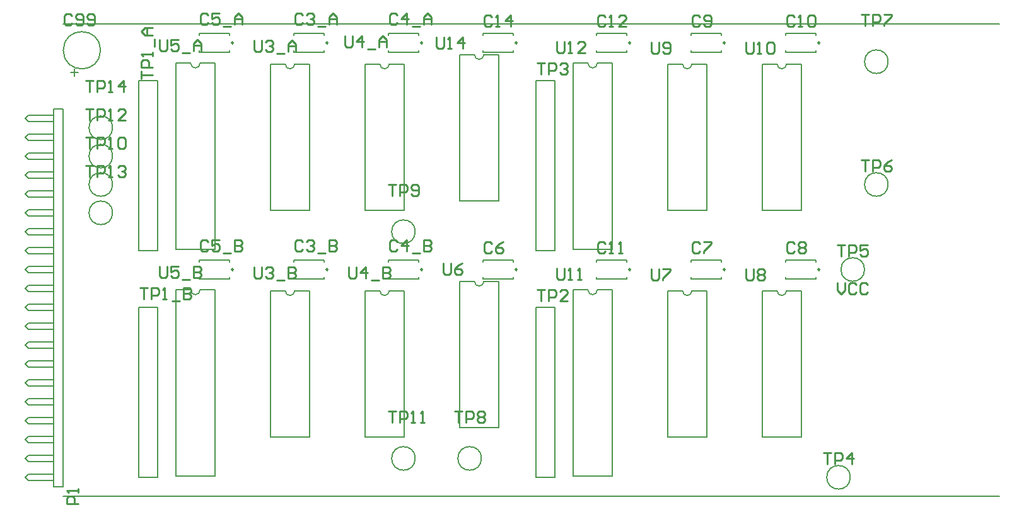
<source format=gto>
G04*
G04 #@! TF.GenerationSoftware,Altium Limited,Altium Designer,21.9.1 (22)*
G04*
G04 Layer_Color=65535*
%FSLAX25Y25*%
%MOIN*%
G70*
G04*
G04 #@! TF.SameCoordinates,0A486EDA-56B9-4A0C-ABDC-9502F26F7F0D*
G04*
G04*
G04 #@! TF.FilePolarity,Positive*
G04*
G01*
G75*
%ADD10C,0.00787*%
%ADD11C,0.00984*%
%ADD12C,0.00500*%
%ADD13C,0.00591*%
%ADD14C,0.01000*%
D10*
X541240Y340000D02*
G03*
X541240Y340000I-6240J0D01*
G01*
X326240Y130000D02*
G03*
X326240Y130000I-6240J0D01*
G01*
X291240Y250000D02*
G03*
X291240Y250000I-6240J0D01*
G01*
X131240Y275000D02*
G03*
X131240Y275000I-6240J0D01*
G01*
X291240Y130000D02*
G03*
X291240Y130000I-6240J0D01*
G01*
X131240Y290000D02*
G03*
X131240Y290000I-6240J0D01*
G01*
Y260000D02*
G03*
X131240Y260000I-6240J0D01*
G01*
Y305000D02*
G03*
X131240Y305000I-6240J0D01*
G01*
X222500Y338779D02*
G03*
X227500Y338779I2500J0D01*
G01*
X272500D02*
G03*
X277500Y338779I2500J0D01*
G01*
X272500Y218779D02*
G03*
X277500Y218779I2500J0D01*
G01*
X521240Y120000D02*
G03*
X521240Y120000I-6240J0D01*
G01*
X528740Y230000D02*
G03*
X528740Y230000I-6240J0D01*
G01*
X541240Y275000D02*
G03*
X541240Y275000I-6240J0D01*
G01*
X322500Y343779D02*
G03*
X327500Y343779I2500J0D01*
G01*
X124843Y346063D02*
G03*
X124843Y346063I-9843J0D01*
G01*
X482500Y338779D02*
G03*
X487500Y338779I2500J0D01*
G01*
X322500Y223780D02*
G03*
X327500Y223780I2500J0D01*
G01*
X172500Y219213D02*
G03*
X177500Y219213I2500J0D01*
G01*
X222500Y218779D02*
G03*
X227500Y218779I2500J0D01*
G01*
X382500Y219213D02*
G03*
X387500Y219213I2500J0D01*
G01*
X482500Y218779D02*
G03*
X487500Y218779I2500J0D01*
G01*
X432500Y338779D02*
G03*
X437500Y338779I2500J0D01*
G01*
X432500Y218779D02*
G03*
X437500Y218779I2500J0D01*
G01*
X172500Y339213D02*
G03*
X177500Y339213I2500J0D01*
G01*
X382500D02*
G03*
X387500Y339213I2500J0D01*
G01*
X235433Y261221D02*
Y338779D01*
X214567Y261221D02*
Y338779D01*
Y261221D02*
X235433D01*
X227500Y338779D02*
X235433D01*
X214567D02*
X222500D01*
X145000Y240000D02*
X155000D01*
X145000D02*
Y330000D01*
X155000D01*
Y240000D02*
Y330000D01*
X145000Y120000D02*
X155000D01*
X145000D02*
Y210000D01*
X155000D01*
Y120000D02*
Y210000D01*
X355000Y120000D02*
X365000D01*
X355000D02*
Y210000D01*
X365000D01*
Y120000D02*
Y210000D01*
X355000Y240000D02*
X365000D01*
X355000D02*
Y330000D01*
X365000D01*
Y240000D02*
Y330000D01*
X327205Y354035D02*
Y355118D01*
X342953Y354035D02*
Y355118D01*
X327205Y344882D02*
Y345965D01*
X342953Y344882D02*
Y345965D01*
X327205Y355118D02*
X342953D01*
X327205Y344882D02*
X342953D01*
X285433Y261221D02*
Y338779D01*
X264567Y261221D02*
Y338779D01*
Y261221D02*
X285433D01*
X277500Y338779D02*
X285433D01*
X264567D02*
X272500D01*
X327205Y234035D02*
Y235118D01*
X342953Y234035D02*
Y235118D01*
X327205Y224882D02*
Y225965D01*
X342953Y224882D02*
Y225965D01*
X327205Y235118D02*
X342953D01*
X327205Y224882D02*
X342953D01*
X285433Y141220D02*
Y218779D01*
X264567Y141220D02*
Y218779D01*
Y141220D02*
X285433D01*
X277500Y218779D02*
X285433D01*
X264567D02*
X272500D01*
X177205Y234035D02*
Y235118D01*
X192953Y234035D02*
Y235118D01*
X177205Y224882D02*
Y225965D01*
X192953Y224882D02*
Y225965D01*
X177205Y235118D02*
X192953D01*
X177205Y224882D02*
X192953D01*
X277205Y234035D02*
Y235118D01*
X292953Y234035D02*
Y235118D01*
X277205Y224882D02*
Y225965D01*
X292953Y224882D02*
Y225965D01*
X277205Y235118D02*
X292953D01*
X277205Y224882D02*
X292953D01*
X227205Y234035D02*
Y235118D01*
X242953Y234035D02*
Y235118D01*
X227205Y224882D02*
Y225965D01*
X242953Y224882D02*
Y225965D01*
X227205Y235118D02*
X242953D01*
X227205Y224882D02*
X242953D01*
X177205Y354035D02*
Y355118D01*
X192953Y354035D02*
Y355118D01*
X177205Y344882D02*
Y345965D01*
X192953Y344882D02*
Y345965D01*
X177205Y355118D02*
X192953D01*
X177205Y344882D02*
X192953D01*
X277205Y354035D02*
Y355118D01*
X292953Y354035D02*
Y355118D01*
X277205Y344882D02*
Y345965D01*
X292953Y344882D02*
Y345965D01*
X277205Y355118D02*
X292953D01*
X277205Y344882D02*
X292953D01*
X227205Y354035D02*
Y355118D01*
X242953Y354035D02*
Y355118D01*
X227205Y344882D02*
Y345965D01*
X242953Y344882D02*
Y345965D01*
X227205Y355118D02*
X242953D01*
X227205Y344882D02*
X242953D01*
X387205Y234035D02*
Y235118D01*
X402953Y234035D02*
Y235118D01*
X387205Y224882D02*
Y225965D01*
X402953Y224882D02*
Y225965D01*
X387205Y235118D02*
X402953D01*
X387205Y224882D02*
X402953D01*
X487205Y234035D02*
Y235118D01*
X502953Y234035D02*
Y235118D01*
X487205Y224882D02*
Y225965D01*
X502953Y224882D02*
Y225965D01*
X487205Y235118D02*
X502953D01*
X487205Y224882D02*
X502953D01*
X437205Y234035D02*
Y235118D01*
X452953Y234035D02*
Y235118D01*
X437205Y224882D02*
Y225965D01*
X452953Y224882D02*
Y225965D01*
X437205Y235118D02*
X452953D01*
X437205Y224882D02*
X452953D01*
X387205Y354035D02*
Y355118D01*
X402953Y354035D02*
Y355118D01*
X387205Y344882D02*
Y345965D01*
X402953Y344882D02*
Y345965D01*
X387205Y355118D02*
X402953D01*
X387205Y344882D02*
X402953D01*
X487205Y354035D02*
Y355118D01*
X502953Y354035D02*
Y355118D01*
X487205Y344882D02*
Y345965D01*
X502953Y344882D02*
Y345965D01*
X487205Y355118D02*
X502953D01*
X487205Y344882D02*
X502953D01*
X437205Y354035D02*
Y355118D01*
X452953Y354035D02*
Y355118D01*
X437205Y344882D02*
Y345965D01*
X452953Y344882D02*
Y345965D01*
X437205Y355118D02*
X452953D01*
X437205Y344882D02*
X452953D01*
X100000Y115000D02*
X105000D01*
X100000D02*
Y315000D01*
X105000D01*
X86667Y118333D02*
X100000D01*
X85000Y120000D02*
X86667Y118333D01*
X85000Y120000D02*
X86667Y121667D01*
X100000D01*
X86667Y128333D02*
X100000D01*
X85000Y130000D02*
X86667Y128333D01*
X85000Y130000D02*
X86667Y131667D01*
X100000D01*
X86667Y138333D02*
X100000D01*
X85000Y140000D02*
X86667Y138333D01*
X85000Y140000D02*
X86667Y141667D01*
X100000D01*
X86667Y148333D02*
X100000D01*
X85000Y150000D02*
X86667Y148333D01*
X85000Y150000D02*
X86667Y151667D01*
X100000D01*
X86667Y158333D02*
X100000D01*
X85000Y160000D02*
X86667Y158333D01*
X85000Y160000D02*
X86667Y161667D01*
X100000D01*
X86667Y168333D02*
X100000D01*
X85000Y170000D02*
X86667Y168333D01*
X85000Y170000D02*
X86667Y171667D01*
X100000D01*
X86667Y178333D02*
X100000D01*
X85000Y180000D02*
X86667Y178333D01*
X85000Y180000D02*
X86667Y181667D01*
X100000D01*
X86667Y188333D02*
X100000D01*
X85000Y190000D02*
X86667Y188333D01*
X85000Y190000D02*
X86667Y191667D01*
X100000D01*
X86667Y198333D02*
X100000D01*
X85000Y200000D02*
X86667Y198333D01*
X85000Y200000D02*
X86667Y201667D01*
X100000D01*
X86667Y208333D02*
X100000D01*
X85000Y210000D02*
X86667Y208333D01*
X85000Y210000D02*
X86667Y211667D01*
X100000D01*
X86667Y218333D02*
X100000D01*
X85000Y220000D02*
X86667Y218333D01*
X85000Y220000D02*
X86667Y221667D01*
X100000D01*
X86667Y228333D02*
X100000D01*
X85000Y230000D02*
X86667Y228333D01*
X85000Y230000D02*
X86667Y231667D01*
X100000D01*
X86667Y238333D02*
X100000D01*
X85000Y240000D02*
X86667Y238333D01*
X85000Y240000D02*
X86667Y241667D01*
X100000D01*
X86667Y248333D02*
X100000D01*
X85000Y250000D02*
X86667Y248333D01*
X85000Y250000D02*
X86667Y251667D01*
X100000D01*
X86667Y258333D02*
X100000D01*
X85000Y260000D02*
X86667Y258333D01*
X85000Y260000D02*
X86667Y261667D01*
X100000D01*
X86667Y268333D02*
X100000D01*
X85000Y270000D02*
X86667Y268333D01*
X85000Y270000D02*
X86667Y271667D01*
X100000D01*
X86667Y278333D02*
X100000D01*
X85000Y280000D02*
X86667Y278333D01*
X85000Y280000D02*
X86667Y281667D01*
X100000D01*
X86667Y288333D02*
X100000D01*
X85000Y290000D02*
X86667Y288333D01*
X85000Y290000D02*
X86667Y291667D01*
X100000D01*
X86667Y298333D02*
X100000D01*
X85000Y300000D02*
X86667Y298333D01*
X85000Y300000D02*
X86667Y301667D01*
X100000D01*
X86667Y308333D02*
X100000D01*
X85000Y310000D02*
X86667Y308333D01*
X85000Y310000D02*
X86667Y311667D01*
X100000D01*
X105000Y115000D02*
Y122500D01*
Y315000D01*
X314567Y343779D02*
X322500D01*
X327500D02*
X335433D01*
X314567Y266220D02*
X335433D01*
X314567D02*
Y343779D01*
X335433Y266220D02*
Y343779D01*
X474567Y338779D02*
X482500D01*
X487500D02*
X495433D01*
X474567Y261221D02*
X495433D01*
X474567D02*
Y338779D01*
X495433Y261221D02*
Y338779D01*
X314567Y223780D02*
X322500D01*
X327500D02*
X335433D01*
X314567Y146221D02*
X335433D01*
X314567D02*
Y223780D01*
X335433Y146221D02*
Y223780D01*
X185433Y120787D02*
Y219213D01*
X164567Y120787D02*
Y219213D01*
Y120787D02*
X185433D01*
X177500Y219213D02*
X185433D01*
X164567D02*
X172500D01*
X214567Y218779D02*
X222500D01*
X227500D02*
X235433D01*
X214567Y141220D02*
X235433D01*
X214567D02*
Y218779D01*
X235433Y141220D02*
Y218779D01*
X395433Y120787D02*
Y219213D01*
X374567Y120787D02*
Y219213D01*
Y120787D02*
X395433D01*
X387500Y219213D02*
X395433D01*
X374567D02*
X382500D01*
X474567Y218779D02*
X482500D01*
X487500D02*
X495433D01*
X474567Y141220D02*
X495433D01*
X474567D02*
Y218779D01*
X495433Y141220D02*
Y218779D01*
X424567Y338779D02*
X432500D01*
X437500D02*
X445433D01*
X424567Y261221D02*
X445433D01*
X424567D02*
Y338779D01*
X445433Y261221D02*
Y338779D01*
X424567Y218779D02*
X432500D01*
X437500D02*
X445433D01*
X424567Y141220D02*
X445433D01*
X424567D02*
Y218779D01*
X445433Y141220D02*
Y218779D01*
X185433Y240787D02*
Y339213D01*
X164567Y240787D02*
Y339213D01*
Y240787D02*
X185433D01*
X177500Y339213D02*
X185433D01*
X164567D02*
X172500D01*
X395433Y240787D02*
Y339213D01*
X374567Y240787D02*
Y339213D01*
Y240787D02*
X395433D01*
X387500Y339213D02*
X395433D01*
X374567D02*
X382500D01*
D11*
X345118Y350000D02*
G03*
X345118Y350000I-492J0D01*
G01*
Y230000D02*
G03*
X345118Y230000I-492J0D01*
G01*
X195118D02*
G03*
X195118Y230000I-492J0D01*
G01*
X295118D02*
G03*
X295118Y230000I-492J0D01*
G01*
X245118D02*
G03*
X245118Y230000I-492J0D01*
G01*
X195118Y350000D02*
G03*
X195118Y350000I-492J0D01*
G01*
X295118D02*
G03*
X295118Y350000I-492J0D01*
G01*
X245118D02*
G03*
X245118Y350000I-492J0D01*
G01*
X405118Y230000D02*
G03*
X405118Y230000I-492J0D01*
G01*
X505118D02*
G03*
X505118Y230000I-492J0D01*
G01*
X455118D02*
G03*
X455118Y230000I-492J0D01*
G01*
X405118Y350000D02*
G03*
X405118Y350000I-492J0D01*
G01*
X505118D02*
G03*
X505118Y350000I-492J0D01*
G01*
X455118D02*
G03*
X455118Y350000I-492J0D01*
G01*
D12*
X105000Y360000D02*
X600000D01*
X105000Y110000D02*
X600000Y110000D01*
D13*
X111063Y336220D02*
Y332284D01*
X113031Y334252D02*
X109095D01*
D14*
X527000Y365098D02*
X530999D01*
X528999D01*
Y359100D01*
X532998D02*
Y365098D01*
X535997D01*
X536997Y364098D01*
Y362099D01*
X535997Y361099D01*
X532998D01*
X538996Y365098D02*
X542995D01*
Y364098D01*
X538996Y360100D01*
Y359100D01*
X117000Y285098D02*
X120999D01*
X118999D01*
Y279100D01*
X122998D02*
Y285098D01*
X125997D01*
X126997Y284098D01*
Y282099D01*
X125997Y281099D01*
X122998D01*
X128996Y279100D02*
X130996D01*
X129996D01*
Y285098D01*
X128996Y284098D01*
X133994D02*
X134994Y285098D01*
X136994D01*
X137993Y284098D01*
Y283099D01*
X136994Y282099D01*
X135994D01*
X136994D01*
X137993Y281099D01*
Y280100D01*
X136994Y279100D01*
X134994D01*
X133994Y280100D01*
X117000Y300098D02*
X120999D01*
X118999D01*
Y294100D01*
X122998D02*
Y300098D01*
X125997D01*
X126997Y299098D01*
Y297099D01*
X125997Y296099D01*
X122998D01*
X128996Y294100D02*
X130996D01*
X129996D01*
Y300098D01*
X128996Y299098D01*
X133994D02*
X134994Y300098D01*
X136994D01*
X137993Y299098D01*
Y295100D01*
X136994Y294100D01*
X134994D01*
X133994Y295100D01*
Y299098D01*
X117000Y315098D02*
X120999D01*
X118999D01*
Y309100D01*
X122998D02*
Y315098D01*
X125997D01*
X126997Y314098D01*
Y312099D01*
X125997Y311099D01*
X122998D01*
X128996Y309100D02*
X130996D01*
X129996D01*
Y315098D01*
X128996Y314098D01*
X137993Y309100D02*
X133994D01*
X137993Y313099D01*
Y314098D01*
X136994Y315098D01*
X134994D01*
X133994Y314098D01*
X312000Y155098D02*
X315999D01*
X313999D01*
Y149100D01*
X317998D02*
Y155098D01*
X320997D01*
X321997Y154098D01*
Y152099D01*
X320997Y151099D01*
X317998D01*
X323996Y154098D02*
X324996Y155098D01*
X326995D01*
X327995Y154098D01*
Y153099D01*
X326995Y152099D01*
X327995Y151099D01*
Y150100D01*
X326995Y149100D01*
X324996D01*
X323996Y150100D01*
Y151099D01*
X324996Y152099D01*
X323996Y153099D01*
Y154098D01*
X324996Y152099D02*
X326995D01*
X117000Y330098D02*
X120999D01*
X118999D01*
Y324100D01*
X122998D02*
Y330098D01*
X125997D01*
X126997Y329098D01*
Y327099D01*
X125997Y326099D01*
X122998D01*
X128996Y324100D02*
X130996D01*
X129996D01*
Y330098D01*
X128996Y329098D01*
X136994Y324100D02*
Y330098D01*
X133994Y327099D01*
X137993D01*
X277000Y275098D02*
X280999D01*
X278999D01*
Y269100D01*
X282998D02*
Y275098D01*
X285997D01*
X286997Y274098D01*
Y272099D01*
X285997Y271099D01*
X282998D01*
X288996Y270100D02*
X289996Y269100D01*
X291995D01*
X292995Y270100D01*
Y274098D01*
X291995Y275098D01*
X289996D01*
X288996Y274098D01*
Y273099D01*
X289996Y272099D01*
X292995D01*
X277000Y155098D02*
X280999D01*
X278999D01*
Y149100D01*
X282998D02*
Y155098D01*
X285997D01*
X286997Y154098D01*
Y152099D01*
X285997Y151099D01*
X282998D01*
X288996Y149100D02*
X290996D01*
X289996D01*
Y155098D01*
X288996Y154098D01*
X293994Y149100D02*
X295994D01*
X294994D01*
Y155098D01*
X293994Y154098D01*
X355600Y339398D02*
X359599D01*
X357599D01*
Y333400D01*
X361598D02*
Y339398D01*
X364597D01*
X365597Y338398D01*
Y336399D01*
X364597Y335399D01*
X361598D01*
X367596Y338398D02*
X368596Y339398D01*
X370595D01*
X371595Y338398D01*
Y337399D01*
X370595Y336399D01*
X369596D01*
X370595D01*
X371595Y335399D01*
Y334400D01*
X370595Y333400D01*
X368596D01*
X367596Y334400D01*
X355600Y219398D02*
X359599D01*
X357599D01*
Y213400D01*
X361598D02*
Y219398D01*
X364597D01*
X365597Y218398D01*
Y216399D01*
X364597Y215399D01*
X361598D01*
X371595Y213400D02*
X367596D01*
X371595Y217399D01*
Y218398D01*
X370595Y219398D01*
X368596D01*
X367596Y218398D01*
X145600Y220398D02*
X149599D01*
X147599D01*
Y214400D01*
X151598D02*
Y220398D01*
X154597D01*
X155597Y219398D01*
Y217399D01*
X154597Y216399D01*
X151598D01*
X157596Y214400D02*
X159596D01*
X158596D01*
Y220398D01*
X157596Y219398D01*
X162594Y213400D02*
X166593D01*
X168593Y220398D02*
Y214400D01*
X171592D01*
X172591Y215400D01*
Y216399D01*
X171592Y217399D01*
X168593D01*
X171592D01*
X172591Y218399D01*
Y219398D01*
X171592Y220398D01*
X168593D01*
X146501Y331000D02*
Y334999D01*
Y332999D01*
X152499D01*
Y336998D02*
X146501D01*
Y339997D01*
X147501Y340997D01*
X149500D01*
X150500Y339997D01*
Y336998D01*
X152499Y342996D02*
Y344995D01*
Y343996D01*
X146501D01*
X147501Y342996D01*
X153499Y347994D02*
Y351993D01*
X152499Y353993D02*
X148501D01*
X146501Y355992D01*
X148501Y357991D01*
X152499D01*
X149500D01*
Y353993D01*
X331699Y363598D02*
X330699Y364598D01*
X328700D01*
X327700Y363598D01*
Y359600D01*
X328700Y358600D01*
X330699D01*
X331699Y359600D01*
X333698Y358600D02*
X335697D01*
X334698D01*
Y364598D01*
X333698Y363598D01*
X341695Y358600D02*
Y364598D01*
X338696Y361599D01*
X342695D01*
X391699Y363598D02*
X390699Y364598D01*
X388700D01*
X387700Y363598D01*
Y359600D01*
X388700Y358600D01*
X390699D01*
X391699Y359600D01*
X393698Y358600D02*
X395697D01*
X394698D01*
Y364598D01*
X393698Y363598D01*
X402695Y358600D02*
X398696D01*
X402695Y362599D01*
Y363598D01*
X401695Y364598D01*
X399696D01*
X398696Y363598D01*
X391699Y243598D02*
X390699Y244598D01*
X388700D01*
X387700Y243598D01*
Y239600D01*
X388700Y238600D01*
X390699D01*
X391699Y239600D01*
X393698Y238600D02*
X395697D01*
X394698D01*
Y244598D01*
X393698Y243598D01*
X398696Y238600D02*
X400696D01*
X399696D01*
Y244598D01*
X398696Y243598D01*
X491699Y363598D02*
X490699Y364598D01*
X488700D01*
X487700Y363598D01*
Y359600D01*
X488700Y358600D01*
X490699D01*
X491699Y359600D01*
X493698Y358600D02*
X495697D01*
X494698D01*
Y364598D01*
X493698Y363598D01*
X498696D02*
X499696Y364598D01*
X501695D01*
X502695Y363598D01*
Y359600D01*
X501695Y358600D01*
X499696D01*
X498696Y359600D01*
Y363598D01*
X441699D02*
X440699Y364598D01*
X438700D01*
X437700Y363598D01*
Y359600D01*
X438700Y358600D01*
X440699D01*
X441699Y359600D01*
X443698D02*
X444698Y358600D01*
X446697D01*
X447697Y359600D01*
Y363598D01*
X446697Y364598D01*
X444698D01*
X443698Y363598D01*
Y362599D01*
X444698Y361599D01*
X447697D01*
X491699Y243598D02*
X490699Y244598D01*
X488700D01*
X487700Y243598D01*
Y239600D01*
X488700Y238600D01*
X490699D01*
X491699Y239600D01*
X493698Y243598D02*
X494698Y244598D01*
X496697D01*
X497697Y243598D01*
Y242599D01*
X496697Y241599D01*
X497697Y240599D01*
Y239600D01*
X496697Y238600D01*
X494698D01*
X493698Y239600D01*
Y240599D01*
X494698Y241599D01*
X493698Y242599D01*
Y243598D01*
X494698Y241599D02*
X496697D01*
X441699Y243598D02*
X440699Y244598D01*
X438700D01*
X437700Y243598D01*
Y239600D01*
X438700Y238600D01*
X440699D01*
X441699Y239600D01*
X443698Y244598D02*
X447697D01*
Y243598D01*
X443698Y239600D01*
Y238600D01*
X331699Y243598D02*
X330699Y244598D01*
X328700D01*
X327700Y243598D01*
Y239600D01*
X328700Y238600D01*
X330699D01*
X331699Y239600D01*
X337697Y244598D02*
X335697Y243598D01*
X333698Y241599D01*
Y239600D01*
X334698Y238600D01*
X336697D01*
X337697Y239600D01*
Y240599D01*
X336697Y241599D01*
X333698D01*
X181699Y244598D02*
X180699Y245598D01*
X178700D01*
X177700Y244598D01*
Y240600D01*
X178700Y239600D01*
X180699D01*
X181699Y240600D01*
X187697Y245598D02*
X183698D01*
Y242599D01*
X185697Y243599D01*
X186697D01*
X187697Y242599D01*
Y240600D01*
X186697Y239600D01*
X184698D01*
X183698Y240600D01*
X189696Y238600D02*
X193695D01*
X195694Y245598D02*
Y239600D01*
X198693D01*
X199693Y240600D01*
Y241599D01*
X198693Y242599D01*
X195694D01*
X198693D01*
X199693Y243599D01*
Y244598D01*
X198693Y245598D01*
X195694D01*
X181699Y364598D02*
X180699Y365598D01*
X178700D01*
X177700Y364598D01*
Y360600D01*
X178700Y359600D01*
X180699D01*
X181699Y360600D01*
X187697Y365598D02*
X183698D01*
Y362599D01*
X185697Y363599D01*
X186697D01*
X187697Y362599D01*
Y360600D01*
X186697Y359600D01*
X184698D01*
X183698Y360600D01*
X189696Y358600D02*
X193695D01*
X195694Y359600D02*
Y363599D01*
X197694Y365598D01*
X199693Y363599D01*
Y359600D01*
Y362599D01*
X195694D01*
X281699Y244598D02*
X280699Y245598D01*
X278700D01*
X277700Y244598D01*
Y240600D01*
X278700Y239600D01*
X280699D01*
X281699Y240600D01*
X286697Y239600D02*
Y245598D01*
X283698Y242599D01*
X287697D01*
X289696Y238600D02*
X293695D01*
X295694Y245598D02*
Y239600D01*
X298693D01*
X299693Y240600D01*
Y241599D01*
X298693Y242599D01*
X295694D01*
X298693D01*
X299693Y243599D01*
Y244598D01*
X298693Y245598D01*
X295694D01*
X281699Y364598D02*
X280699Y365598D01*
X278700D01*
X277700Y364598D01*
Y360600D01*
X278700Y359600D01*
X280699D01*
X281699Y360600D01*
X286697Y359600D02*
Y365598D01*
X283698Y362599D01*
X287697D01*
X289696Y358600D02*
X293695D01*
X295694Y359600D02*
Y363599D01*
X297693Y365598D01*
X299693Y363599D01*
Y359600D01*
Y362599D01*
X295694D01*
X231699Y244598D02*
X230699Y245598D01*
X228700D01*
X227700Y244598D01*
Y240600D01*
X228700Y239600D01*
X230699D01*
X231699Y240600D01*
X233698Y244598D02*
X234698Y245598D01*
X236697D01*
X237697Y244598D01*
Y243599D01*
X236697Y242599D01*
X235697D01*
X236697D01*
X237697Y241599D01*
Y240600D01*
X236697Y239600D01*
X234698D01*
X233698Y240600D01*
X239696Y238600D02*
X243695D01*
X245694Y245598D02*
Y239600D01*
X248693D01*
X249693Y240600D01*
Y241599D01*
X248693Y242599D01*
X245694D01*
X248693D01*
X249693Y243599D01*
Y244598D01*
X248693Y245598D01*
X245694D01*
X231699Y364598D02*
X230699Y365598D01*
X228700D01*
X227700Y364598D01*
Y360600D01*
X228700Y359600D01*
X230699D01*
X231699Y360600D01*
X233698Y364598D02*
X234698Y365598D01*
X236697D01*
X237697Y364598D01*
Y363599D01*
X236697Y362599D01*
X235697D01*
X236697D01*
X237697Y361599D01*
Y360600D01*
X236697Y359600D01*
X234698D01*
X233698Y360600D01*
X239696Y358600D02*
X243695D01*
X245694Y359600D02*
Y363599D01*
X247693Y365598D01*
X249693Y363599D01*
Y359600D01*
Y362599D01*
X245694D01*
X507003Y132999D02*
X511001D01*
X509002D01*
Y127001D01*
X513001D02*
Y132999D01*
X516000D01*
X516999Y131999D01*
Y130000D01*
X516000Y129000D01*
X513001D01*
X521998Y127001D02*
Y132999D01*
X518999Y130000D01*
X522997D01*
X514503Y242999D02*
X518501D01*
X516502D01*
Y237001D01*
X520501D02*
Y242999D01*
X523500D01*
X524499Y241999D01*
Y240000D01*
X523500Y239000D01*
X520501D01*
X530497Y242999D02*
X526499D01*
Y240000D01*
X528498Y241000D01*
X529498D01*
X530497Y240000D01*
Y238001D01*
X529498Y237001D01*
X527498D01*
X526499Y238001D01*
X514503Y222999D02*
Y219000D01*
X516502Y217001D01*
X518501Y219000D01*
Y222999D01*
X524499Y221999D02*
X523500Y222999D01*
X521500D01*
X520501Y221999D01*
Y218001D01*
X521500Y217001D01*
X523500D01*
X524499Y218001D01*
X530497Y221999D02*
X529498Y222999D01*
X527498D01*
X526499Y221999D01*
Y218001D01*
X527498Y217001D01*
X529498D01*
X530497Y218001D01*
X527003Y287999D02*
X531001D01*
X529002D01*
Y282001D01*
X533001D02*
Y287999D01*
X536000D01*
X536999Y286999D01*
Y285000D01*
X536000Y284000D01*
X533001D01*
X542997Y287999D02*
X540998Y286999D01*
X538999Y285000D01*
Y283001D01*
X539998Y282001D01*
X541998D01*
X542997Y283001D01*
Y284000D01*
X541998Y285000D01*
X538999D01*
X302502Y352999D02*
Y348001D01*
X303502Y347001D01*
X305502D01*
X306501Y348001D01*
Y352999D01*
X308501Y347001D02*
X310500D01*
X309500D01*
Y352999D01*
X308501Y351999D01*
X316498Y347001D02*
Y352999D01*
X313499Y350000D01*
X317498D01*
X109799Y364298D02*
X108799Y365298D01*
X106800D01*
X105800Y364298D01*
Y360300D01*
X106800Y359300D01*
X108799D01*
X109799Y360300D01*
X111798D02*
X112798Y359300D01*
X114797D01*
X115797Y360300D01*
Y364298D01*
X114797Y365298D01*
X112798D01*
X111798Y364298D01*
Y363299D01*
X112798Y362299D01*
X115797D01*
X117796Y360300D02*
X118796Y359300D01*
X120795D01*
X121795Y360300D01*
Y364298D01*
X120795Y365298D01*
X118796D01*
X117796Y364298D01*
Y363299D01*
X118796Y362299D01*
X121795D01*
X466000Y350198D02*
Y345200D01*
X467000Y344200D01*
X468999D01*
X469999Y345200D01*
Y350198D01*
X471998Y344200D02*
X473997D01*
X472998D01*
Y350198D01*
X471998Y349198D01*
X476996D02*
X477996Y350198D01*
X479995D01*
X480995Y349198D01*
Y345200D01*
X479995Y344200D01*
X477996D01*
X476996Y345200D01*
Y349198D01*
X366000Y350498D02*
Y345500D01*
X367000Y344500D01*
X368999D01*
X369999Y345500D01*
Y350498D01*
X371998Y344500D02*
X373997D01*
X372998D01*
Y350498D01*
X371998Y349498D01*
X380995Y344500D02*
X376996D01*
X380995Y348499D01*
Y349498D01*
X379995Y350498D01*
X377996D01*
X376996Y349498D01*
X366000Y230498D02*
Y225500D01*
X367000Y224500D01*
X368999D01*
X369999Y225500D01*
Y230498D01*
X371998Y224500D02*
X373997D01*
X372998D01*
Y230498D01*
X371998Y229498D01*
X376996Y224500D02*
X378996D01*
X377996D01*
Y230498D01*
X376996Y229498D01*
X416000Y350198D02*
Y345200D01*
X417000Y344200D01*
X418999D01*
X419999Y345200D01*
Y350198D01*
X421998Y345200D02*
X422998Y344200D01*
X424997D01*
X425997Y345200D01*
Y349198D01*
X424997Y350198D01*
X422998D01*
X421998Y349198D01*
Y348199D01*
X422998Y347199D01*
X425997D01*
X416000Y230198D02*
Y225200D01*
X417000Y224200D01*
X418999D01*
X419999Y225200D01*
Y230198D01*
X421998D02*
X425997D01*
Y229198D01*
X421998Y225200D01*
Y224200D01*
X466000Y230198D02*
Y225200D01*
X467000Y224200D01*
X468999D01*
X469999Y225200D01*
Y230198D01*
X471998Y229198D02*
X472998Y230198D01*
X474997D01*
X475997Y229198D01*
Y228199D01*
X474997Y227199D01*
X475997Y226199D01*
Y225200D01*
X474997Y224200D01*
X472998D01*
X471998Y225200D01*
Y226199D01*
X472998Y227199D01*
X471998Y228199D01*
Y229198D01*
X472998Y227199D02*
X474997D01*
X306000Y233198D02*
Y228200D01*
X307000Y227200D01*
X308999D01*
X309999Y228200D01*
Y233198D01*
X315997D02*
X313997Y232198D01*
X311998Y230199D01*
Y228200D01*
X312998Y227200D01*
X314997D01*
X315997Y228200D01*
Y229199D01*
X314997Y230199D01*
X311998D01*
X156000Y231498D02*
Y226500D01*
X157000Y225500D01*
X158999D01*
X159999Y226500D01*
Y231498D01*
X165997D02*
X161998D01*
Y228499D01*
X163997Y229499D01*
X164997D01*
X165997Y228499D01*
Y226500D01*
X164997Y225500D01*
X162998D01*
X161998Y226500D01*
X167996Y224500D02*
X171995D01*
X173994Y231498D02*
Y225500D01*
X176993D01*
X177993Y226500D01*
Y227499D01*
X176993Y228499D01*
X173994D01*
X176993D01*
X177993Y229499D01*
Y230498D01*
X176993Y231498D01*
X173994D01*
X156000Y351498D02*
Y346500D01*
X157000Y345500D01*
X158999D01*
X159999Y346500D01*
Y351498D01*
X165997D02*
X161998D01*
Y348499D01*
X163997Y349499D01*
X164997D01*
X165997Y348499D01*
Y346500D01*
X164997Y345500D01*
X162998D01*
X161998Y346500D01*
X167996Y344500D02*
X171995D01*
X173994Y345500D02*
Y349499D01*
X175994Y351498D01*
X177993Y349499D01*
Y345500D01*
Y348499D01*
X173994D01*
X256000Y231198D02*
Y226200D01*
X257000Y225200D01*
X258999D01*
X259999Y226200D01*
Y231198D01*
X264997Y225200D02*
Y231198D01*
X261998Y228199D01*
X265997D01*
X267996Y224200D02*
X271995D01*
X273994Y231198D02*
Y225200D01*
X276993D01*
X277993Y226200D01*
Y227199D01*
X276993Y228199D01*
X273994D01*
X276993D01*
X277993Y229199D01*
Y230198D01*
X276993Y231198D01*
X273994D01*
X254004Y353499D02*
Y348500D01*
X255003Y347501D01*
X257003D01*
X258002Y348500D01*
Y353499D01*
X263001Y347501D02*
Y353499D01*
X260002Y350500D01*
X264000D01*
X266000Y346501D02*
X269998D01*
X271998Y347501D02*
Y351500D01*
X273997Y353499D01*
X275996Y351500D01*
Y347501D01*
Y350500D01*
X271998D01*
X206000Y231198D02*
Y226200D01*
X207000Y225200D01*
X208999D01*
X209999Y226200D01*
Y231198D01*
X211998Y230198D02*
X212998Y231198D01*
X214997D01*
X215997Y230198D01*
Y229199D01*
X214997Y228199D01*
X213997D01*
X214997D01*
X215997Y227199D01*
Y226200D01*
X214997Y225200D01*
X212998D01*
X211998Y226200D01*
X217996Y224200D02*
X221995D01*
X223994Y231198D02*
Y225200D01*
X226993D01*
X227993Y226200D01*
Y227199D01*
X226993Y228199D01*
X223994D01*
X226993D01*
X227993Y229199D01*
Y230198D01*
X226993Y231198D01*
X223994D01*
X206000Y351198D02*
Y346200D01*
X207000Y345200D01*
X208999D01*
X209999Y346200D01*
Y351198D01*
X211998Y350198D02*
X212998Y351198D01*
X214997D01*
X215997Y350198D01*
Y349199D01*
X214997Y348199D01*
X213997D01*
X214997D01*
X215997Y347199D01*
Y346200D01*
X214997Y345200D01*
X212998D01*
X211998Y346200D01*
X217996Y344200D02*
X221995D01*
X223994Y345200D02*
Y349199D01*
X225993Y351198D01*
X227993Y349199D01*
Y345200D01*
Y348199D01*
X223994D01*
X112999Y106001D02*
X107001D01*
Y109000D01*
X108001Y110000D01*
X110000D01*
X111000Y109000D01*
Y106001D01*
X112999Y111999D02*
Y113999D01*
Y112999D01*
X107001D01*
X108001Y111999D01*
M02*

</source>
